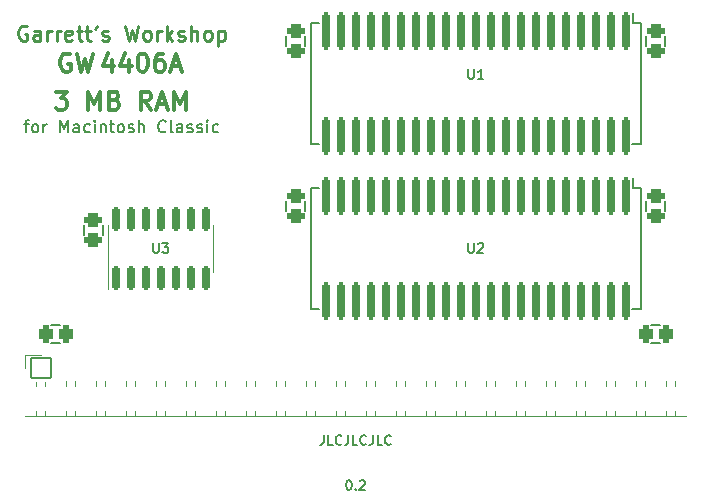
<source format=gto>
G04 #@! TF.GenerationSoftware,KiCad,Pcbnew,(6.0.1-0)*
G04 #@! TF.CreationDate,2022-02-10T22:24:19-05:00*
G04 #@! TF.ProjectId,MacClassicRAMCard,4d616343-6c61-4737-9369-6352414d4361,rev?*
G04 #@! TF.SameCoordinates,Original*
G04 #@! TF.FileFunction,Legend,Top*
G04 #@! TF.FilePolarity,Positive*
%FSLAX46Y46*%
G04 Gerber Fmt 4.6, Leading zero omitted, Abs format (unit mm)*
G04 Created by KiCad (PCBNEW (6.0.1-0)) date 2022-02-10 22:24:19*
%MOMM*%
%LPD*%
G01*
G04 APERTURE LIST*
G04 Aperture macros list*
%AMRoundRect*
0 Rectangle with rounded corners*
0 $1 Rounding radius*
0 $2 $3 $4 $5 $6 $7 $8 $9 X,Y pos of 4 corners*
0 Add a 4 corners polygon primitive as box body*
4,1,4,$2,$3,$4,$5,$6,$7,$8,$9,$2,$3,0*
0 Add four circle primitives for the rounded corners*
1,1,$1+$1,$2,$3*
1,1,$1+$1,$4,$5*
1,1,$1+$1,$6,$7*
1,1,$1+$1,$8,$9*
0 Add four rect primitives between the rounded corners*
20,1,$1+$1,$2,$3,$4,$5,0*
20,1,$1+$1,$4,$5,$6,$7,0*
20,1,$1+$1,$6,$7,$8,$9,0*
20,1,$1+$1,$8,$9,$2,$3,0*%
G04 Aperture macros list end*
%ADD10C,0.225000*%
%ADD11C,0.300000*%
%ADD12C,0.200000*%
%ADD13C,0.203200*%
%ADD14C,0.152400*%
%ADD15C,0.120000*%
%ADD16C,2.000000*%
%ADD17RoundRect,0.312500X-0.437500X0.262500X-0.437500X-0.262500X0.437500X-0.262500X0.437500X0.262500X0*%
%ADD18RoundRect,0.312500X0.262500X0.437500X-0.262500X0.437500X-0.262500X-0.437500X0.262500X-0.437500X0*%
%ADD19C,2.150000*%
%ADD20RoundRect,0.075000X0.850000X-0.850000X0.850000X0.850000X-0.850000X0.850000X-0.850000X-0.850000X0*%
%ADD21O,1.850000X1.850000*%
%ADD22RoundRect,0.200000X-0.150000X1.374000X-0.150000X-1.374000X0.150000X-1.374000X0.150000X1.374000X0*%
%ADD23RoundRect,0.200000X0.150000X-0.825000X0.150000X0.825000X-0.150000X0.825000X-0.150000X-0.825000X0*%
%ADD24RoundRect,0.312500X-0.262500X-0.437500X0.262500X-0.437500X0.262500X0.437500X-0.262500X0.437500X0*%
%ADD25C,1.448000*%
G04 APERTURE END LIST*
D10*
X92794666Y-94234000D02*
X92673714Y-94173523D01*
X92492285Y-94173523D01*
X92310857Y-94234000D01*
X92189904Y-94354952D01*
X92129428Y-94475904D01*
X92068952Y-94717809D01*
X92068952Y-94899238D01*
X92129428Y-95141142D01*
X92189904Y-95262095D01*
X92310857Y-95383047D01*
X92492285Y-95443523D01*
X92613238Y-95443523D01*
X92794666Y-95383047D01*
X92855142Y-95322571D01*
X92855142Y-94899238D01*
X92613238Y-94899238D01*
X93943714Y-95443523D02*
X93943714Y-94778285D01*
X93883238Y-94657333D01*
X93762285Y-94596857D01*
X93520380Y-94596857D01*
X93399428Y-94657333D01*
X93943714Y-95383047D02*
X93822761Y-95443523D01*
X93520380Y-95443523D01*
X93399428Y-95383047D01*
X93338952Y-95262095D01*
X93338952Y-95141142D01*
X93399428Y-95020190D01*
X93520380Y-94959714D01*
X93822761Y-94959714D01*
X93943714Y-94899238D01*
X94548476Y-95443523D02*
X94548476Y-94596857D01*
X94548476Y-94838761D02*
X94608952Y-94717809D01*
X94669428Y-94657333D01*
X94790380Y-94596857D01*
X94911333Y-94596857D01*
X95334666Y-95443523D02*
X95334666Y-94596857D01*
X95334666Y-94838761D02*
X95395142Y-94717809D01*
X95455619Y-94657333D01*
X95576571Y-94596857D01*
X95697523Y-94596857D01*
X96604666Y-95383047D02*
X96483714Y-95443523D01*
X96241809Y-95443523D01*
X96120857Y-95383047D01*
X96060380Y-95262095D01*
X96060380Y-94778285D01*
X96120857Y-94657333D01*
X96241809Y-94596857D01*
X96483714Y-94596857D01*
X96604666Y-94657333D01*
X96665142Y-94778285D01*
X96665142Y-94899238D01*
X96060380Y-95020190D01*
X97028000Y-94596857D02*
X97511809Y-94596857D01*
X97209428Y-94173523D02*
X97209428Y-95262095D01*
X97269904Y-95383047D01*
X97390857Y-95443523D01*
X97511809Y-95443523D01*
X97753714Y-94596857D02*
X98237523Y-94596857D01*
X97935142Y-94173523D02*
X97935142Y-95262095D01*
X97995619Y-95383047D01*
X98116571Y-95443523D01*
X98237523Y-95443523D01*
X98721333Y-94173523D02*
X98721333Y-94234000D01*
X98660857Y-94354952D01*
X98600380Y-94415428D01*
X99205142Y-95383047D02*
X99326095Y-95443523D01*
X99568000Y-95443523D01*
X99688952Y-95383047D01*
X99749428Y-95262095D01*
X99749428Y-95201619D01*
X99688952Y-95080666D01*
X99568000Y-95020190D01*
X99386571Y-95020190D01*
X99265619Y-94959714D01*
X99205142Y-94838761D01*
X99205142Y-94778285D01*
X99265619Y-94657333D01*
X99386571Y-94596857D01*
X99568000Y-94596857D01*
X99688952Y-94657333D01*
X101140380Y-94173523D02*
X101442761Y-95443523D01*
X101684666Y-94536380D01*
X101926571Y-95443523D01*
X102228952Y-94173523D01*
X102894190Y-95443523D02*
X102773238Y-95383047D01*
X102712761Y-95322571D01*
X102652285Y-95201619D01*
X102652285Y-94838761D01*
X102712761Y-94717809D01*
X102773238Y-94657333D01*
X102894190Y-94596857D01*
X103075619Y-94596857D01*
X103196571Y-94657333D01*
X103257047Y-94717809D01*
X103317523Y-94838761D01*
X103317523Y-95201619D01*
X103257047Y-95322571D01*
X103196571Y-95383047D01*
X103075619Y-95443523D01*
X102894190Y-95443523D01*
X103861809Y-95443523D02*
X103861809Y-94596857D01*
X103861809Y-94838761D02*
X103922285Y-94717809D01*
X103982761Y-94657333D01*
X104103714Y-94596857D01*
X104224666Y-94596857D01*
X104647999Y-95443523D02*
X104647999Y-94173523D01*
X104768952Y-94959714D02*
X105131809Y-95443523D01*
X105131809Y-94596857D02*
X104647999Y-95080666D01*
X105615619Y-95383047D02*
X105736571Y-95443523D01*
X105978476Y-95443523D01*
X106099428Y-95383047D01*
X106159904Y-95262095D01*
X106159904Y-95201619D01*
X106099428Y-95080666D01*
X105978476Y-95020190D01*
X105797047Y-95020190D01*
X105676095Y-94959714D01*
X105615619Y-94838761D01*
X105615619Y-94778285D01*
X105676095Y-94657333D01*
X105797047Y-94596857D01*
X105978476Y-94596857D01*
X106099428Y-94657333D01*
X106704190Y-95443523D02*
X106704190Y-94173523D01*
X107248476Y-95443523D02*
X107248476Y-94778285D01*
X107188000Y-94657333D01*
X107067047Y-94596857D01*
X106885619Y-94596857D01*
X106764666Y-94657333D01*
X106704190Y-94717809D01*
X108034666Y-95443523D02*
X107913714Y-95383047D01*
X107853238Y-95322571D01*
X107792761Y-95201619D01*
X107792761Y-94838761D01*
X107853238Y-94717809D01*
X107913714Y-94657333D01*
X108034666Y-94596857D01*
X108216095Y-94596857D01*
X108337047Y-94657333D01*
X108397523Y-94717809D01*
X108458000Y-94838761D01*
X108458000Y-95201619D01*
X108397523Y-95322571D01*
X108337047Y-95383047D01*
X108216095Y-95443523D01*
X108034666Y-95443523D01*
X109002285Y-94596857D02*
X109002285Y-95866857D01*
X109002285Y-94657333D02*
X109123238Y-94596857D01*
X109365142Y-94596857D01*
X109486095Y-94657333D01*
X109546571Y-94717809D01*
X109607047Y-94838761D01*
X109607047Y-95201619D01*
X109546571Y-95322571D01*
X109486095Y-95383047D01*
X109365142Y-95443523D01*
X109123238Y-95443523D01*
X109002285Y-95383047D01*
D11*
X96488485Y-96596000D02*
X96343342Y-96523428D01*
X96125628Y-96523428D01*
X95907914Y-96596000D01*
X95762771Y-96741142D01*
X95690200Y-96886285D01*
X95617628Y-97176571D01*
X95617628Y-97394285D01*
X95690200Y-97684571D01*
X95762771Y-97829714D01*
X95907914Y-97974857D01*
X96125628Y-98047428D01*
X96270771Y-98047428D01*
X96488485Y-97974857D01*
X96561057Y-97902285D01*
X96561057Y-97394285D01*
X96270771Y-97394285D01*
X97069057Y-96523428D02*
X97431914Y-98047428D01*
X97722200Y-96958857D01*
X98012485Y-98047428D01*
X98375342Y-96523428D01*
X95250000Y-99749428D02*
X96193428Y-99749428D01*
X95685428Y-100330000D01*
X95903142Y-100330000D01*
X96048285Y-100402571D01*
X96120857Y-100475142D01*
X96193428Y-100620285D01*
X96193428Y-100983142D01*
X96120857Y-101128285D01*
X96048285Y-101200857D01*
X95903142Y-101273428D01*
X95467714Y-101273428D01*
X95322571Y-101200857D01*
X95250000Y-101128285D01*
X98007714Y-101273428D02*
X98007714Y-99749428D01*
X98515714Y-100838000D01*
X99023714Y-99749428D01*
X99023714Y-101273428D01*
X100257428Y-100475142D02*
X100475142Y-100547714D01*
X100547714Y-100620285D01*
X100620285Y-100765428D01*
X100620285Y-100983142D01*
X100547714Y-101128285D01*
X100475142Y-101200857D01*
X100330000Y-101273428D01*
X99749428Y-101273428D01*
X99749428Y-99749428D01*
X100257428Y-99749428D01*
X100402571Y-99822000D01*
X100475142Y-99894571D01*
X100547714Y-100039714D01*
X100547714Y-100184857D01*
X100475142Y-100330000D01*
X100402571Y-100402571D01*
X100257428Y-100475142D01*
X99749428Y-100475142D01*
X103305428Y-101273428D02*
X102797428Y-100547714D01*
X102434571Y-101273428D02*
X102434571Y-99749428D01*
X103015142Y-99749428D01*
X103160285Y-99822000D01*
X103232857Y-99894571D01*
X103305428Y-100039714D01*
X103305428Y-100257428D01*
X103232857Y-100402571D01*
X103160285Y-100475142D01*
X103015142Y-100547714D01*
X102434571Y-100547714D01*
X103886000Y-100838000D02*
X104611714Y-100838000D01*
X103740857Y-101273428D02*
X104248857Y-99749428D01*
X104756857Y-101273428D01*
X105264857Y-101273428D02*
X105264857Y-99749428D01*
X105772857Y-100838000D01*
X106280857Y-99749428D01*
X106280857Y-101273428D01*
X100008200Y-97031428D02*
X100008200Y-98047428D01*
X99645342Y-96450857D02*
X99282485Y-97539428D01*
X100225914Y-97539428D01*
X101459628Y-97031428D02*
X101459628Y-98047428D01*
X101096771Y-96450857D02*
X100733914Y-97539428D01*
X101677342Y-97539428D01*
X102548200Y-96523428D02*
X102693342Y-96523428D01*
X102838485Y-96596000D01*
X102911057Y-96668571D01*
X102983628Y-96813714D01*
X103056200Y-97104000D01*
X103056200Y-97466857D01*
X102983628Y-97757142D01*
X102911057Y-97902285D01*
X102838485Y-97974857D01*
X102693342Y-98047428D01*
X102548200Y-98047428D01*
X102403057Y-97974857D01*
X102330485Y-97902285D01*
X102257914Y-97757142D01*
X102185342Y-97466857D01*
X102185342Y-97104000D01*
X102257914Y-96813714D01*
X102330485Y-96668571D01*
X102403057Y-96596000D01*
X102548200Y-96523428D01*
X104362485Y-96523428D02*
X104072200Y-96523428D01*
X103927057Y-96596000D01*
X103854485Y-96668571D01*
X103709342Y-96886285D01*
X103636771Y-97176571D01*
X103636771Y-97757142D01*
X103709342Y-97902285D01*
X103781914Y-97974857D01*
X103927057Y-98047428D01*
X104217342Y-98047428D01*
X104362485Y-97974857D01*
X104435057Y-97902285D01*
X104507628Y-97757142D01*
X104507628Y-97394285D01*
X104435057Y-97249142D01*
X104362485Y-97176571D01*
X104217342Y-97104000D01*
X103927057Y-97104000D01*
X103781914Y-97176571D01*
X103709342Y-97249142D01*
X103636771Y-97394285D01*
X105088200Y-97612000D02*
X105813914Y-97612000D01*
X104943057Y-98047428D02*
X105451057Y-96523428D01*
X105959057Y-98047428D01*
D12*
X92564857Y-102525285D02*
X92951904Y-102525285D01*
X92710000Y-103202619D02*
X92710000Y-102331761D01*
X92758380Y-102235000D01*
X92855142Y-102186619D01*
X92951904Y-102186619D01*
X93435714Y-103202619D02*
X93338952Y-103154238D01*
X93290571Y-103105857D01*
X93242190Y-103009095D01*
X93242190Y-102718809D01*
X93290571Y-102622047D01*
X93338952Y-102573666D01*
X93435714Y-102525285D01*
X93580857Y-102525285D01*
X93677619Y-102573666D01*
X93726000Y-102622047D01*
X93774380Y-102718809D01*
X93774380Y-103009095D01*
X93726000Y-103105857D01*
X93677619Y-103154238D01*
X93580857Y-103202619D01*
X93435714Y-103202619D01*
X94209809Y-103202619D02*
X94209809Y-102525285D01*
X94209809Y-102718809D02*
X94258190Y-102622047D01*
X94306571Y-102573666D01*
X94403333Y-102525285D01*
X94500095Y-102525285D01*
X95612857Y-103202619D02*
X95612857Y-102186619D01*
X95951523Y-102912333D01*
X96290190Y-102186619D01*
X96290190Y-103202619D01*
X97209428Y-103202619D02*
X97209428Y-102670428D01*
X97161047Y-102573666D01*
X97064285Y-102525285D01*
X96870761Y-102525285D01*
X96774000Y-102573666D01*
X97209428Y-103154238D02*
X97112666Y-103202619D01*
X96870761Y-103202619D01*
X96774000Y-103154238D01*
X96725619Y-103057476D01*
X96725619Y-102960714D01*
X96774000Y-102863952D01*
X96870761Y-102815571D01*
X97112666Y-102815571D01*
X97209428Y-102767190D01*
X98128666Y-103154238D02*
X98031904Y-103202619D01*
X97838380Y-103202619D01*
X97741619Y-103154238D01*
X97693238Y-103105857D01*
X97644857Y-103009095D01*
X97644857Y-102718809D01*
X97693238Y-102622047D01*
X97741619Y-102573666D01*
X97838380Y-102525285D01*
X98031904Y-102525285D01*
X98128666Y-102573666D01*
X98564095Y-103202619D02*
X98564095Y-102525285D01*
X98564095Y-102186619D02*
X98515714Y-102235000D01*
X98564095Y-102283380D01*
X98612476Y-102235000D01*
X98564095Y-102186619D01*
X98564095Y-102283380D01*
X99047904Y-102525285D02*
X99047904Y-103202619D01*
X99047904Y-102622047D02*
X99096285Y-102573666D01*
X99193047Y-102525285D01*
X99338190Y-102525285D01*
X99434952Y-102573666D01*
X99483333Y-102670428D01*
X99483333Y-103202619D01*
X99822000Y-102525285D02*
X100209047Y-102525285D01*
X99967142Y-102186619D02*
X99967142Y-103057476D01*
X100015523Y-103154238D01*
X100112285Y-103202619D01*
X100209047Y-103202619D01*
X100692857Y-103202619D02*
X100596095Y-103154238D01*
X100547714Y-103105857D01*
X100499333Y-103009095D01*
X100499333Y-102718809D01*
X100547714Y-102622047D01*
X100596095Y-102573666D01*
X100692857Y-102525285D01*
X100838000Y-102525285D01*
X100934761Y-102573666D01*
X100983142Y-102622047D01*
X101031523Y-102718809D01*
X101031523Y-103009095D01*
X100983142Y-103105857D01*
X100934761Y-103154238D01*
X100838000Y-103202619D01*
X100692857Y-103202619D01*
X101418571Y-103154238D02*
X101515333Y-103202619D01*
X101708857Y-103202619D01*
X101805619Y-103154238D01*
X101854000Y-103057476D01*
X101854000Y-103009095D01*
X101805619Y-102912333D01*
X101708857Y-102863952D01*
X101563714Y-102863952D01*
X101466952Y-102815571D01*
X101418571Y-102718809D01*
X101418571Y-102670428D01*
X101466952Y-102573666D01*
X101563714Y-102525285D01*
X101708857Y-102525285D01*
X101805619Y-102573666D01*
X102289428Y-103202619D02*
X102289428Y-102186619D01*
X102724857Y-103202619D02*
X102724857Y-102670428D01*
X102676476Y-102573666D01*
X102579714Y-102525285D01*
X102434571Y-102525285D01*
X102337809Y-102573666D01*
X102289428Y-102622047D01*
X104563333Y-103105857D02*
X104514952Y-103154238D01*
X104369809Y-103202619D01*
X104273047Y-103202619D01*
X104127904Y-103154238D01*
X104031142Y-103057476D01*
X103982761Y-102960714D01*
X103934380Y-102767190D01*
X103934380Y-102622047D01*
X103982761Y-102428523D01*
X104031142Y-102331761D01*
X104127904Y-102235000D01*
X104273047Y-102186619D01*
X104369809Y-102186619D01*
X104514952Y-102235000D01*
X104563333Y-102283380D01*
X105143904Y-103202619D02*
X105047142Y-103154238D01*
X104998761Y-103057476D01*
X104998761Y-102186619D01*
X105966380Y-103202619D02*
X105966380Y-102670428D01*
X105918000Y-102573666D01*
X105821238Y-102525285D01*
X105627714Y-102525285D01*
X105530952Y-102573666D01*
X105966380Y-103154238D02*
X105869619Y-103202619D01*
X105627714Y-103202619D01*
X105530952Y-103154238D01*
X105482571Y-103057476D01*
X105482571Y-102960714D01*
X105530952Y-102863952D01*
X105627714Y-102815571D01*
X105869619Y-102815571D01*
X105966380Y-102767190D01*
X106401809Y-103154238D02*
X106498571Y-103202619D01*
X106692095Y-103202619D01*
X106788857Y-103154238D01*
X106837238Y-103057476D01*
X106837238Y-103009095D01*
X106788857Y-102912333D01*
X106692095Y-102863952D01*
X106546952Y-102863952D01*
X106450190Y-102815571D01*
X106401809Y-102718809D01*
X106401809Y-102670428D01*
X106450190Y-102573666D01*
X106546952Y-102525285D01*
X106692095Y-102525285D01*
X106788857Y-102573666D01*
X107224285Y-103154238D02*
X107321047Y-103202619D01*
X107514571Y-103202619D01*
X107611333Y-103154238D01*
X107659714Y-103057476D01*
X107659714Y-103009095D01*
X107611333Y-102912333D01*
X107514571Y-102863952D01*
X107369428Y-102863952D01*
X107272666Y-102815571D01*
X107224285Y-102718809D01*
X107224285Y-102670428D01*
X107272666Y-102573666D01*
X107369428Y-102525285D01*
X107514571Y-102525285D01*
X107611333Y-102573666D01*
X108095142Y-103202619D02*
X108095142Y-102525285D01*
X108095142Y-102186619D02*
X108046761Y-102235000D01*
X108095142Y-102283380D01*
X108143523Y-102235000D01*
X108095142Y-102186619D01*
X108095142Y-102283380D01*
X109014380Y-103154238D02*
X108917619Y-103202619D01*
X108724095Y-103202619D01*
X108627333Y-103154238D01*
X108578952Y-103105857D01*
X108530571Y-103009095D01*
X108530571Y-102718809D01*
X108578952Y-102622047D01*
X108627333Y-102573666D01*
X108724095Y-102525285D01*
X108917619Y-102525285D01*
X109014380Y-102573666D01*
D13*
X120030723Y-132650895D02*
X120108133Y-132650895D01*
X120185542Y-132689600D01*
X120224247Y-132728304D01*
X120262952Y-132805714D01*
X120301657Y-132960533D01*
X120301657Y-133154057D01*
X120262952Y-133308876D01*
X120224247Y-133386285D01*
X120185542Y-133424990D01*
X120108133Y-133463695D01*
X120030723Y-133463695D01*
X119953314Y-133424990D01*
X119914609Y-133386285D01*
X119875904Y-133308876D01*
X119837200Y-133154057D01*
X119837200Y-132960533D01*
X119875904Y-132805714D01*
X119914609Y-132728304D01*
X119953314Y-132689600D01*
X120030723Y-132650895D01*
X120650000Y-133386285D02*
X120688704Y-133424990D01*
X120650000Y-133463695D01*
X120611295Y-133424990D01*
X120650000Y-133386285D01*
X120650000Y-133463695D01*
X120998342Y-132728304D02*
X121037047Y-132689600D01*
X121114457Y-132650895D01*
X121307980Y-132650895D01*
X121385390Y-132689600D01*
X121424095Y-132728304D01*
X121462800Y-132805714D01*
X121462800Y-132883123D01*
X121424095Y-132999238D01*
X120959638Y-133463695D01*
X121462800Y-133463695D01*
X117940666Y-128840895D02*
X117940666Y-129421466D01*
X117901961Y-129537580D01*
X117824552Y-129614990D01*
X117708438Y-129653695D01*
X117631028Y-129653695D01*
X118714761Y-129653695D02*
X118327714Y-129653695D01*
X118327714Y-128840895D01*
X119450152Y-129576285D02*
X119411447Y-129614990D01*
X119295333Y-129653695D01*
X119217923Y-129653695D01*
X119101809Y-129614990D01*
X119024400Y-129537580D01*
X118985695Y-129460171D01*
X118946990Y-129305352D01*
X118946990Y-129189238D01*
X118985695Y-129034419D01*
X119024400Y-128957009D01*
X119101809Y-128879600D01*
X119217923Y-128840895D01*
X119295333Y-128840895D01*
X119411447Y-128879600D01*
X119450152Y-128918304D01*
X120030723Y-128840895D02*
X120030723Y-129421466D01*
X119992019Y-129537580D01*
X119914609Y-129614990D01*
X119798495Y-129653695D01*
X119721085Y-129653695D01*
X120804819Y-129653695D02*
X120417771Y-129653695D01*
X120417771Y-128840895D01*
X121540209Y-129576285D02*
X121501504Y-129614990D01*
X121385390Y-129653695D01*
X121307980Y-129653695D01*
X121191866Y-129614990D01*
X121114457Y-129537580D01*
X121075752Y-129460171D01*
X121037047Y-129305352D01*
X121037047Y-129189238D01*
X121075752Y-129034419D01*
X121114457Y-128957009D01*
X121191866Y-128879600D01*
X121307980Y-128840895D01*
X121385390Y-128840895D01*
X121501504Y-128879600D01*
X121540209Y-128918304D01*
X122120780Y-128840895D02*
X122120780Y-129421466D01*
X122082076Y-129537580D01*
X122004666Y-129614990D01*
X121888552Y-129653695D01*
X121811142Y-129653695D01*
X122894876Y-129653695D02*
X122507828Y-129653695D01*
X122507828Y-128840895D01*
X123630266Y-129576285D02*
X123591561Y-129614990D01*
X123475447Y-129653695D01*
X123398038Y-129653695D01*
X123281923Y-129614990D01*
X123204514Y-129537580D01*
X123165809Y-129460171D01*
X123127104Y-129305352D01*
X123127104Y-129189238D01*
X123165809Y-129034419D01*
X123204514Y-128957009D01*
X123281923Y-128879600D01*
X123398038Y-128840895D01*
X123475447Y-128840895D01*
X123591561Y-128879600D01*
X123630266Y-128918304D01*
X130190723Y-97852895D02*
X130190723Y-98510876D01*
X130229428Y-98588285D01*
X130268133Y-98626990D01*
X130345542Y-98665695D01*
X130500361Y-98665695D01*
X130577771Y-98626990D01*
X130616476Y-98588285D01*
X130655180Y-98510876D01*
X130655180Y-97852895D01*
X131467980Y-98665695D02*
X131003523Y-98665695D01*
X131235752Y-98665695D02*
X131235752Y-97852895D01*
X131158342Y-97969009D01*
X131080933Y-98046419D01*
X131003523Y-98085123D01*
X103520723Y-112584895D02*
X103520723Y-113242876D01*
X103559428Y-113320285D01*
X103598133Y-113358990D01*
X103675542Y-113397695D01*
X103830361Y-113397695D01*
X103907771Y-113358990D01*
X103946476Y-113320285D01*
X103985180Y-113242876D01*
X103985180Y-112584895D01*
X104294819Y-112584895D02*
X104797980Y-112584895D01*
X104527047Y-112894533D01*
X104643161Y-112894533D01*
X104720571Y-112933238D01*
X104759276Y-112971942D01*
X104797980Y-113049352D01*
X104797980Y-113242876D01*
X104759276Y-113320285D01*
X104720571Y-113358990D01*
X104643161Y-113397695D01*
X104410933Y-113397695D01*
X104333523Y-113358990D01*
X104294819Y-113320285D01*
X130190723Y-112584895D02*
X130190723Y-113242876D01*
X130229428Y-113320285D01*
X130268133Y-113358990D01*
X130345542Y-113397695D01*
X130500361Y-113397695D01*
X130577771Y-113358990D01*
X130616476Y-113320285D01*
X130655180Y-113242876D01*
X130655180Y-112584895D01*
X131003523Y-112662304D02*
X131042228Y-112623600D01*
X131119638Y-112584895D01*
X131313161Y-112584895D01*
X131390571Y-112623600D01*
X131429276Y-112662304D01*
X131467980Y-112739714D01*
X131467980Y-112817123D01*
X131429276Y-112933238D01*
X130964819Y-113397695D01*
X131467980Y-113397695D01*
D14*
X114770000Y-109028600D02*
X114770000Y-109841400D01*
X116370000Y-109028600D02*
X116370000Y-109841400D01*
X95656400Y-119469000D02*
X94843600Y-119469000D01*
X95656400Y-121069000D02*
X94843600Y-121069000D01*
X146850000Y-109028600D02*
X146850000Y-109841400D01*
X145250000Y-109028600D02*
X145250000Y-109841400D01*
D15*
X101240000Y-127190000D02*
X101240000Y-126780000D01*
X111400000Y-124680000D02*
X111400000Y-124240000D01*
X134260000Y-127190000D02*
X134260000Y-126780000D01*
X142600000Y-127190000D02*
X142600000Y-126780000D01*
X104500000Y-127190000D02*
X104500000Y-126780000D01*
X96160000Y-124680000D02*
X96160000Y-124240000D01*
X146960000Y-127190000D02*
X146960000Y-126780000D01*
X114660000Y-127190000D02*
X114660000Y-126780000D01*
X129180000Y-127190000D02*
X129180000Y-126780000D01*
X98700000Y-127190000D02*
X98700000Y-126780000D01*
X147680000Y-124680000D02*
X147680000Y-124240000D01*
X119740000Y-124680000D02*
X119740000Y-124240000D01*
X108860000Y-124680000D02*
X108860000Y-124240000D01*
X122280000Y-124680000D02*
X122280000Y-124240000D01*
X132440000Y-124680000D02*
X132440000Y-124240000D01*
X126640000Y-127190000D02*
X126640000Y-126780000D01*
X94340000Y-124680000D02*
X94340000Y-124300000D01*
X96160000Y-127190000D02*
X96160000Y-126780000D01*
X104500000Y-124680000D02*
X104500000Y-124240000D01*
X103780000Y-127190000D02*
X103780000Y-126780000D01*
X140060000Y-124680000D02*
X140060000Y-124240000D01*
X137520000Y-124680000D02*
X137520000Y-124240000D01*
X141880000Y-127190000D02*
X141880000Y-126780000D01*
X145140000Y-124680000D02*
X145140000Y-124240000D01*
X101960000Y-124680000D02*
X101960000Y-124240000D01*
X144420000Y-124680000D02*
X144420000Y-124240000D01*
X144420000Y-127190000D02*
X144420000Y-126780000D01*
X142600000Y-124680000D02*
X142600000Y-124240000D01*
X129900000Y-127190000D02*
X129900000Y-126780000D01*
X106320000Y-124680000D02*
X106320000Y-124240000D01*
X92650000Y-127190000D02*
X148650000Y-127190000D01*
X96880000Y-127190000D02*
X96880000Y-126780000D01*
X119020000Y-127190000D02*
X119020000Y-126780000D01*
X146960000Y-124680000D02*
X146960000Y-124240000D01*
X103780000Y-124680000D02*
X103780000Y-124240000D01*
X99420000Y-127190000D02*
X99420000Y-126780000D01*
X107040000Y-127190000D02*
X107040000Y-126780000D01*
X116480000Y-124680000D02*
X116480000Y-124240000D01*
X134980000Y-124680000D02*
X134980000Y-124240000D01*
X121560000Y-127190000D02*
X121560000Y-126780000D01*
X113940000Y-127190000D02*
X113940000Y-126780000D01*
X101240000Y-124680000D02*
X101240000Y-124240000D01*
X134980000Y-127190000D02*
X134980000Y-126780000D01*
X134260000Y-124680000D02*
X134260000Y-124240000D01*
X124100000Y-124680000D02*
X124100000Y-124240000D01*
X92650000Y-122080000D02*
X93980000Y-122080000D01*
X106320000Y-127190000D02*
X106320000Y-126780000D01*
X113940000Y-124680000D02*
X113940000Y-124240000D01*
X112120000Y-127190000D02*
X112120000Y-126780000D01*
X122280000Y-127190000D02*
X122280000Y-126780000D01*
X121560000Y-124680000D02*
X121560000Y-124240000D01*
X112120000Y-124680000D02*
X112120000Y-124240000D01*
X117200000Y-124680000D02*
X117200000Y-124240000D01*
X109580000Y-124680000D02*
X109580000Y-124240000D01*
X117200000Y-127190000D02*
X117200000Y-126780000D01*
X111400000Y-127190000D02*
X111400000Y-126780000D01*
X124100000Y-127190000D02*
X124100000Y-126780000D01*
X132440000Y-127190000D02*
X132440000Y-126780000D01*
X107040000Y-124680000D02*
X107040000Y-124240000D01*
X96880000Y-124680000D02*
X96880000Y-124240000D01*
X93620000Y-124680000D02*
X93620000Y-124300000D01*
X119740000Y-127190000D02*
X119740000Y-126780000D01*
X126640000Y-124680000D02*
X126640000Y-124240000D01*
X136800000Y-124680000D02*
X136800000Y-124240000D01*
X136800000Y-127190000D02*
X136800000Y-126780000D01*
X140060000Y-127190000D02*
X140060000Y-126780000D01*
X131720000Y-127190000D02*
X131720000Y-126780000D01*
X131720000Y-124680000D02*
X131720000Y-124240000D01*
X124820000Y-124680000D02*
X124820000Y-124240000D01*
X101960000Y-127190000D02*
X101960000Y-126780000D01*
X119020000Y-124680000D02*
X119020000Y-124240000D01*
X94340000Y-127190000D02*
X94340000Y-126780000D01*
X98700000Y-124680000D02*
X98700000Y-124240000D01*
X129900000Y-124680000D02*
X129900000Y-124240000D01*
X137520000Y-127190000D02*
X137520000Y-126780000D01*
X127360000Y-127190000D02*
X127360000Y-126780000D01*
X139340000Y-127190000D02*
X139340000Y-126780000D01*
X114660000Y-124680000D02*
X114660000Y-124240000D01*
X145140000Y-127190000D02*
X145140000Y-126780000D01*
X141880000Y-124680000D02*
X141880000Y-124240000D01*
X109580000Y-127190000D02*
X109580000Y-126780000D01*
X93620000Y-127190000D02*
X93620000Y-126780000D01*
X99420000Y-124680000D02*
X99420000Y-124240000D01*
X139340000Y-124680000D02*
X139340000Y-124240000D01*
X124820000Y-127190000D02*
X124820000Y-126780000D01*
X108860000Y-127190000D02*
X108860000Y-126780000D01*
X147680000Y-127190000D02*
X147680000Y-126780000D01*
X127360000Y-124680000D02*
X127360000Y-124240000D01*
X92650000Y-123190000D02*
X92650000Y-122080000D01*
X129180000Y-124680000D02*
X129180000Y-124240000D01*
X116480000Y-127190000D02*
X116480000Y-126780000D01*
D12*
X116840000Y-93915000D02*
X117585000Y-93915000D01*
X144780000Y-104205000D02*
X144035000Y-104205000D01*
X144130000Y-93915000D02*
X144130000Y-93091000D01*
X144780000Y-93915000D02*
X144780000Y-104205000D01*
X116840000Y-93980000D02*
X116840000Y-104205000D01*
X144780000Y-93915000D02*
X144130000Y-93915000D01*
X116840000Y-104205000D02*
X117585000Y-104205000D01*
D15*
X99715000Y-113030000D02*
X99715000Y-116480000D01*
X99715000Y-113030000D02*
X99715000Y-111080000D01*
X108565000Y-113030000D02*
X108565000Y-114980000D01*
X108565000Y-113030000D02*
X108565000Y-111080000D01*
D12*
X144780000Y-107885000D02*
X144130000Y-107885000D01*
X144130000Y-107885000D02*
X144130000Y-107061000D01*
X116840000Y-118175000D02*
X117585000Y-118175000D01*
X144780000Y-107885000D02*
X144780000Y-118175000D01*
X144780000Y-118175000D02*
X144035000Y-118175000D01*
X116840000Y-107950000D02*
X116840000Y-118175000D01*
X116840000Y-107885000D02*
X117585000Y-107885000D01*
D14*
X145643600Y-119469000D02*
X146456400Y-119469000D01*
X145643600Y-121069000D02*
X146456400Y-121069000D01*
X99225000Y-111060600D02*
X99225000Y-111873400D01*
X97625000Y-111060600D02*
X97625000Y-111873400D01*
X145250000Y-95058600D02*
X145250000Y-95871400D01*
X146850000Y-95058600D02*
X146850000Y-95871400D01*
X116370000Y-95058600D02*
X116370000Y-95871400D01*
X114770000Y-95058600D02*
X114770000Y-95871400D01*
%LPC*%
D16*
X92964000Y-90424000D03*
D17*
X115570000Y-108585000D03*
X115570000Y-110285000D03*
D18*
X96100000Y-120269000D03*
X94400000Y-120269000D03*
D17*
X146050000Y-108585000D03*
X146050000Y-110285000D03*
D16*
X150876000Y-90424000D03*
D19*
X87884000Y-90424000D03*
X153416000Y-90424000D03*
D20*
X93980000Y-123190000D03*
D21*
X93980000Y-125730000D03*
X96520000Y-123190000D03*
X96520000Y-125730000D03*
X99060000Y-123190000D03*
X99060000Y-125730000D03*
X101600000Y-123190000D03*
X101600000Y-125730000D03*
X104140000Y-123190000D03*
X104140000Y-125730000D03*
X106680000Y-123190000D03*
X106680000Y-125730000D03*
X109220000Y-123190000D03*
X109220000Y-125730000D03*
X111760000Y-123190000D03*
X111760000Y-125730000D03*
X114300000Y-123190000D03*
X114300000Y-125730000D03*
X116840000Y-123190000D03*
X116840000Y-125730000D03*
X119380000Y-123190000D03*
X119380000Y-125730000D03*
X121920000Y-123190000D03*
X121920000Y-125730000D03*
X124460000Y-123190000D03*
X124460000Y-125730000D03*
X127000000Y-123190000D03*
X127000000Y-125730000D03*
X129540000Y-123190000D03*
X129540000Y-125730000D03*
X132080000Y-123190000D03*
X132080000Y-125730000D03*
X134620000Y-123190000D03*
X134620000Y-125730000D03*
X137160000Y-123190000D03*
X137160000Y-125730000D03*
X139700000Y-123190000D03*
X139700000Y-125730000D03*
X142240000Y-123190000D03*
X142240000Y-125730000D03*
X144780000Y-123190000D03*
X144780000Y-125730000D03*
X147320000Y-123190000D03*
X147320000Y-125730000D03*
D19*
X147066000Y-133350000D03*
D16*
X94234000Y-130810000D03*
X147066000Y-130810000D03*
D22*
X143510000Y-94615000D03*
X142240000Y-94615000D03*
X140970000Y-94615000D03*
X139700000Y-94615000D03*
X138430000Y-94615000D03*
X137160000Y-94615000D03*
X135890000Y-94615000D03*
X134620000Y-94615000D03*
X133350000Y-94615000D03*
X132080000Y-94615000D03*
X130810000Y-94615000D03*
X129540000Y-94615000D03*
X128270000Y-94615000D03*
X127000000Y-94615000D03*
X125730000Y-94615000D03*
X124460000Y-94615000D03*
X123190000Y-94615000D03*
X121920000Y-94615000D03*
X120650000Y-94615000D03*
X119380000Y-94615000D03*
X118110000Y-94615000D03*
X118110000Y-103505000D03*
X119380000Y-103505000D03*
X120650000Y-103505000D03*
X121920000Y-103505000D03*
X123190000Y-103505000D03*
X124460000Y-103505000D03*
X125730000Y-103505000D03*
X127000000Y-103505000D03*
X128270000Y-103505000D03*
X129540000Y-103505000D03*
X130810000Y-103505000D03*
X132080000Y-103505000D03*
X133350000Y-103505000D03*
X134620000Y-103505000D03*
X135890000Y-103505000D03*
X137160000Y-103505000D03*
X138430000Y-103505000D03*
X139700000Y-103505000D03*
X140970000Y-103505000D03*
X142240000Y-103505000D03*
X143510000Y-103505000D03*
D23*
X100330000Y-115505000D03*
X101600000Y-115505000D03*
X102870000Y-115505000D03*
X104140000Y-115505000D03*
X105410000Y-115505000D03*
X106680000Y-115505000D03*
X107950000Y-115505000D03*
X107950000Y-110555000D03*
X106680000Y-110555000D03*
X105410000Y-110555000D03*
X104140000Y-110555000D03*
X102870000Y-110555000D03*
X101600000Y-110555000D03*
X100330000Y-110555000D03*
D22*
X143510000Y-108585000D03*
X142240000Y-108585000D03*
X140970000Y-108585000D03*
X139700000Y-108585000D03*
X138430000Y-108585000D03*
X137160000Y-108585000D03*
X135890000Y-108585000D03*
X134620000Y-108585000D03*
X133350000Y-108585000D03*
X132080000Y-108585000D03*
X130810000Y-108585000D03*
X129540000Y-108585000D03*
X128270000Y-108585000D03*
X127000000Y-108585000D03*
X125730000Y-108585000D03*
X124460000Y-108585000D03*
X123190000Y-108585000D03*
X121920000Y-108585000D03*
X120650000Y-108585000D03*
X119380000Y-108585000D03*
X118110000Y-108585000D03*
X118110000Y-117475000D03*
X119380000Y-117475000D03*
X120650000Y-117475000D03*
X121920000Y-117475000D03*
X123190000Y-117475000D03*
X124460000Y-117475000D03*
X125730000Y-117475000D03*
X127000000Y-117475000D03*
X128270000Y-117475000D03*
X129540000Y-117475000D03*
X130810000Y-117475000D03*
X132080000Y-117475000D03*
X133350000Y-117475000D03*
X134620000Y-117475000D03*
X135890000Y-117475000D03*
X137160000Y-117475000D03*
X138430000Y-117475000D03*
X139700000Y-117475000D03*
X140970000Y-117475000D03*
X142240000Y-117475000D03*
X143510000Y-117475000D03*
D24*
X145200000Y-120269000D03*
X146900000Y-120269000D03*
D17*
X98425000Y-110617000D03*
X98425000Y-112317000D03*
X146050000Y-94615000D03*
X146050000Y-96315000D03*
X115570000Y-94615000D03*
X115570000Y-96315000D03*
D19*
X94234000Y-133350000D03*
D25*
X87884000Y-133350000D03*
X90424000Y-90424000D03*
X153416000Y-133350000D03*
M02*

</source>
